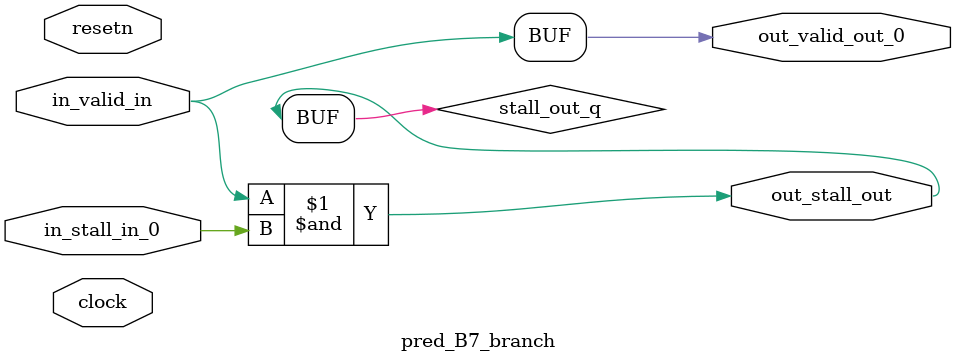
<source format=sv>



(* altera_attribute = "-name AUTO_SHIFT_REGISTER_RECOGNITION OFF; -name MESSAGE_DISABLE 10036; -name MESSAGE_DISABLE 10037; -name MESSAGE_DISABLE 14130; -name MESSAGE_DISABLE 14320; -name MESSAGE_DISABLE 15400; -name MESSAGE_DISABLE 14130; -name MESSAGE_DISABLE 10036; -name MESSAGE_DISABLE 12020; -name MESSAGE_DISABLE 12030; -name MESSAGE_DISABLE 12010; -name MESSAGE_DISABLE 12110; -name MESSAGE_DISABLE 14320; -name MESSAGE_DISABLE 13410; -name MESSAGE_DISABLE 113007; -name MESSAGE_DISABLE 10958" *)
module pred_B7_branch (
    input wire [0:0] in_stall_in_0,
    input wire [0:0] in_valid_in,
    output wire [0:0] out_stall_out,
    output wire [0:0] out_valid_out_0,
    input wire clock,
    input wire resetn
    );

    wire [0:0] stall_out_q;


    // stall_out(LOGICAL,6)
    assign stall_out_q = in_valid_in & in_stall_in_0;

    // out_stall_out(GPOUT,4)
    assign out_stall_out = stall_out_q;

    // out_valid_out_0(GPOUT,5)
    assign out_valid_out_0 = in_valid_in;

endmodule

</source>
